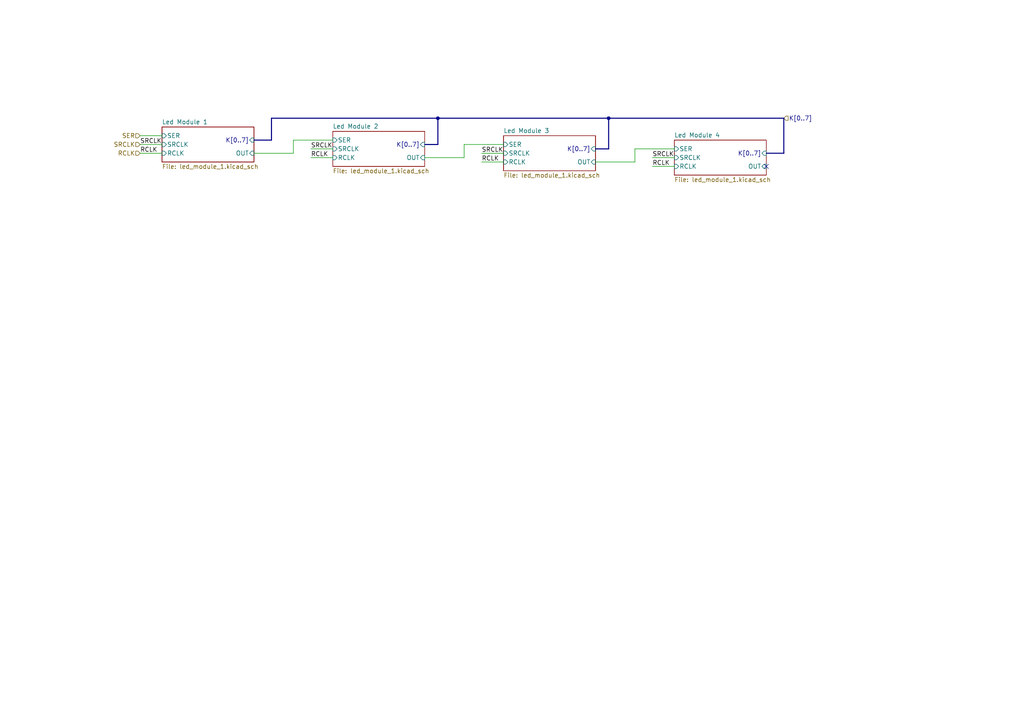
<source format=kicad_sch>
(kicad_sch
	(version 20231120)
	(generator "eeschema")
	(generator_version "8.0")
	(uuid "32e72707-abfb-413e-b3d3-a55c3821501a")
	(paper "A4")
	(lib_symbols)
	(junction
		(at 127 34.29)
		(diameter 0)
		(color 0 0 0 0)
		(uuid "388e2352-aaa7-47af-ab25-dd078e334943")
	)
	(junction
		(at 176.53 34.29)
		(diameter 0)
		(color 0 0 0 0)
		(uuid "39af1192-c388-451c-aef3-dce346e7a66d")
	)
	(no_connect
		(at 222.25 48.26)
		(uuid "eda85c18-06d0-4252-a0db-31a663625c45")
	)
	(wire
		(pts
			(xy 184.15 46.99) (xy 184.15 43.18)
		)
		(stroke
			(width 0)
			(type default)
		)
		(uuid "0ae386d1-0eff-4437-a006-f21b4dc18e2e")
	)
	(wire
		(pts
			(xy 134.62 41.91) (xy 146.05 41.91)
		)
		(stroke
			(width 0)
			(type default)
		)
		(uuid "1184c18d-3028-4e13-98bd-9e301a3a16ca")
	)
	(bus
		(pts
			(xy 176.53 43.18) (xy 176.53 34.29)
		)
		(stroke
			(width 0)
			(type default)
		)
		(uuid "12056a92-8b7b-45bb-b987-e8446dc4918b")
	)
	(bus
		(pts
			(xy 73.66 40.64) (xy 78.74 40.64)
		)
		(stroke
			(width 0)
			(type default)
		)
		(uuid "124388c4-57a2-4747-abbf-3219a2c94efc")
	)
	(bus
		(pts
			(xy 172.72 43.18) (xy 176.53 43.18)
		)
		(stroke
			(width 0)
			(type default)
		)
		(uuid "1a61bdc8-cad1-43eb-bd62-5aa93704e8d4")
	)
	(wire
		(pts
			(xy 90.17 43.18) (xy 96.52 43.18)
		)
		(stroke
			(width 0)
			(type default)
		)
		(uuid "2791219c-63f8-444b-8118-b298d99b202f")
	)
	(bus
		(pts
			(xy 127 41.91) (xy 127 34.29)
		)
		(stroke
			(width 0)
			(type default)
		)
		(uuid "38b942ed-bf9a-457f-8f76-5d4a40c11ee5")
	)
	(wire
		(pts
			(xy 134.62 45.72) (xy 134.62 41.91)
		)
		(stroke
			(width 0)
			(type default)
		)
		(uuid "425ea1bf-6de8-49c3-a819-a0d0bd42bf16")
	)
	(wire
		(pts
			(xy 139.7 44.45) (xy 146.05 44.45)
		)
		(stroke
			(width 0)
			(type default)
		)
		(uuid "597d4c03-2af1-437f-97bc-a362ec03c00a")
	)
	(wire
		(pts
			(xy 123.19 45.72) (xy 134.62 45.72)
		)
		(stroke
			(width 0)
			(type default)
		)
		(uuid "64f3e6d3-5cc6-4f48-ba29-5e56330c0db4")
	)
	(wire
		(pts
			(xy 40.64 44.45) (xy 46.99 44.45)
		)
		(stroke
			(width 0)
			(type default)
		)
		(uuid "732f4fb4-aeb6-4a6b-98f0-e117b92f0e42")
	)
	(bus
		(pts
			(xy 222.25 44.45) (xy 227.33 44.45)
		)
		(stroke
			(width 0)
			(type default)
		)
		(uuid "897e07b4-88e5-4595-92cd-c78ff33338d9")
	)
	(wire
		(pts
			(xy 172.72 46.99) (xy 184.15 46.99)
		)
		(stroke
			(width 0)
			(type default)
		)
		(uuid "9277e6fa-8434-4353-899e-d9cbcc42a3c1")
	)
	(wire
		(pts
			(xy 189.23 48.26) (xy 195.58 48.26)
		)
		(stroke
			(width 0)
			(type default)
		)
		(uuid "93f2b690-8637-41e4-b54f-443510d1fd96")
	)
	(wire
		(pts
			(xy 85.09 40.64) (xy 96.52 40.64)
		)
		(stroke
			(width 0)
			(type default)
		)
		(uuid "9e687275-3660-40b3-92ed-d796fd68cf89")
	)
	(wire
		(pts
			(xy 85.09 44.45) (xy 85.09 40.64)
		)
		(stroke
			(width 0)
			(type default)
		)
		(uuid "a1106dc7-8944-4913-9dc2-c6564f78d437")
	)
	(wire
		(pts
			(xy 90.17 45.72) (xy 96.52 45.72)
		)
		(stroke
			(width 0)
			(type default)
		)
		(uuid "a771d744-7a4e-478c-8092-0a5c132ea08e")
	)
	(bus
		(pts
			(xy 127 34.29) (xy 176.53 34.29)
		)
		(stroke
			(width 0)
			(type default)
		)
		(uuid "afc3a7b8-bbfd-4211-a0bb-26431f7b83d2")
	)
	(wire
		(pts
			(xy 184.15 43.18) (xy 195.58 43.18)
		)
		(stroke
			(width 0)
			(type default)
		)
		(uuid "b4e2b3df-3601-4c90-b128-4c472dcb092f")
	)
	(wire
		(pts
			(xy 189.23 45.72) (xy 195.58 45.72)
		)
		(stroke
			(width 0)
			(type default)
		)
		(uuid "b8938d5a-beaa-4639-a6c1-49f495623e24")
	)
	(wire
		(pts
			(xy 139.7 46.99) (xy 146.05 46.99)
		)
		(stroke
			(width 0)
			(type default)
		)
		(uuid "d6358922-88c3-4b56-b54b-03e8a9bc1a1b")
	)
	(bus
		(pts
			(xy 78.74 34.29) (xy 127 34.29)
		)
		(stroke
			(width 0)
			(type default)
		)
		(uuid "ddfd4d7e-7543-4803-b82b-93bd220213d1")
	)
	(bus
		(pts
			(xy 78.74 40.64) (xy 78.74 34.29)
		)
		(stroke
			(width 0)
			(type default)
		)
		(uuid "e27a8de1-3f38-4945-95cf-8bcb3f87a488")
	)
	(bus
		(pts
			(xy 176.53 34.29) (xy 227.33 34.29)
		)
		(stroke
			(width 0)
			(type default)
		)
		(uuid "ec625906-e9ad-47bb-90d9-e90131e8e917")
	)
	(wire
		(pts
			(xy 40.64 39.37) (xy 46.99 39.37)
		)
		(stroke
			(width 0)
			(type default)
		)
		(uuid "ee08558e-bb64-4e71-bc90-6cc8224e7b08")
	)
	(wire
		(pts
			(xy 40.64 41.91) (xy 46.99 41.91)
		)
		(stroke
			(width 0)
			(type default)
		)
		(uuid "f2cf909b-9845-4ca1-b1e5-094109c8ef11")
	)
	(bus
		(pts
			(xy 123.19 41.91) (xy 127 41.91)
		)
		(stroke
			(width 0)
			(type default)
		)
		(uuid "f3314be6-b695-4854-87eb-846be521a2ee")
	)
	(bus
		(pts
			(xy 227.33 44.45) (xy 227.33 34.29)
		)
		(stroke
			(width 0)
			(type default)
		)
		(uuid "f7194090-78f0-4c29-b3c1-03551d6e0e12")
	)
	(wire
		(pts
			(xy 73.66 44.45) (xy 85.09 44.45)
		)
		(stroke
			(width 0)
			(type default)
		)
		(uuid "ffe8740c-5264-4e3e-98ee-db16981fb524")
	)
	(label "RCLK"
		(at 90.17 45.72 0)
		(fields_autoplaced yes)
		(effects
			(font
				(size 1.27 1.27)
			)
			(justify left bottom)
		)
		(uuid "00762736-e8c0-4d69-98dd-ee8dea0867ce")
	)
	(label "SRCLK"
		(at 139.7 44.45 0)
		(fields_autoplaced yes)
		(effects
			(font
				(size 1.27 1.27)
			)
			(justify left bottom)
		)
		(uuid "025d4ca0-6eff-4fd6-9a6d-cb2c68d5268e")
	)
	(label "RCLK"
		(at 139.7 46.99 0)
		(fields_autoplaced yes)
		(effects
			(font
				(size 1.27 1.27)
			)
			(justify left bottom)
		)
		(uuid "09bcd836-4228-4010-9722-06d36357a5a3")
	)
	(label "SRCLK"
		(at 90.17 43.18 0)
		(fields_autoplaced yes)
		(effects
			(font
				(size 1.27 1.27)
			)
			(justify left bottom)
		)
		(uuid "3ba4c1f1-e99e-4ec0-8d98-49344fb7f36d")
	)
	(label "RCLK"
		(at 40.64 44.45 0)
		(fields_autoplaced yes)
		(effects
			(font
				(size 1.27 1.27)
			)
			(justify left bottom)
		)
		(uuid "627ce01c-7af2-4f11-b9b1-68646992f1db")
	)
	(label "RCLK"
		(at 189.23 48.26 0)
		(fields_autoplaced yes)
		(effects
			(font
				(size 1.27 1.27)
			)
			(justify left bottom)
		)
		(uuid "89a54b51-784a-4e51-b1bf-9601de565852")
	)
	(label "SRCLK"
		(at 189.23 45.72 0)
		(fields_autoplaced yes)
		(effects
			(font
				(size 1.27 1.27)
			)
			(justify left bottom)
		)
		(uuid "d04f7d7d-1269-4ff7-b9da-bb0ba5a83388")
	)
	(label "SRCLK"
		(at 40.64 41.91 0)
		(fields_autoplaced yes)
		(effects
			(font
				(size 1.27 1.27)
			)
			(justify left bottom)
		)
		(uuid "eb534312-b4ab-414c-ab0f-e230fff62ddb")
	)
	(hierarchical_label "SER"
		(shape input)
		(at 40.64 39.37 180)
		(fields_autoplaced yes)
		(effects
			(font
				(size 1.27 1.27)
			)
			(justify right)
		)
		(uuid "65ab4a45-e5d6-418a-90cc-be0c6326edf3")
	)
	(hierarchical_label "RCLK"
		(shape input)
		(at 40.64 44.45 180)
		(fields_autoplaced yes)
		(effects
			(font
				(size 1.27 1.27)
			)
			(justify right)
		)
		(uuid "6be215ca-1560-4678-8414-09c309783c55")
	)
	(hierarchical_label "K[0..7]"
		(shape input)
		(at 227.33 34.29 0)
		(fields_autoplaced yes)
		(effects
			(font
				(size 1.27 1.27)
			)
			(justify left)
		)
		(uuid "6ee835bb-05f5-4c0f-812e-b62c87e8c521")
	)
	(hierarchical_label "SRCLK"
		(shape input)
		(at 40.64 41.91 180)
		(fields_autoplaced yes)
		(effects
			(font
				(size 1.27 1.27)
			)
			(justify right)
		)
		(uuid "bd9319a4-cebe-4dc9-bf27-d70dcefa6a1c")
	)
	(sheet
		(at 46.99 36.83)
		(size 26.67 10.16)
		(fields_autoplaced yes)
		(stroke
			(width 0.1524)
			(type solid)
		)
		(fill
			(color 0 0 0 0.0000)
		)
		(uuid "1279373b-011d-4e27-b6f0-c0034a49a3cc")
		(property "Sheetname" "Led Module 1"
			(at 46.99 36.1184 0)
			(effects
				(font
					(size 1.27 1.27)
				)
				(justify left bottom)
			)
		)
		(property "Sheetfile" "led_module_1.kicad_sch"
			(at 46.99 47.5746 0)
			(effects
				(font
					(size 1.27 1.27)
				)
				(justify left top)
			)
		)
		(pin "RCLK" input
			(at 46.99 44.45 180)
			(effects
				(font
					(size 1.27 1.27)
				)
				(justify left)
			)
			(uuid "fb17363f-302d-4a00-9828-12060afdff13")
		)
		(pin "SRCLK" input
			(at 46.99 41.91 180)
			(effects
				(font
					(size 1.27 1.27)
				)
				(justify left)
			)
			(uuid "dc34a7aa-e6af-498e-92e9-456d53d5b673")
		)
		(pin "SER" input
			(at 46.99 39.37 180)
			(effects
				(font
					(size 1.27 1.27)
				)
				(justify left)
			)
			(uuid "12a9d547-3753-414d-840c-d21111c1edc6")
		)
		(pin "OUT" input
			(at 73.66 44.45 0)
			(effects
				(font
					(size 1.27 1.27)
				)
				(justify right)
			)
			(uuid "9f94e779-91ba-49ab-8bc2-a5d869596e78")
		)
		(pin "K[0..7]" input
			(at 73.66 40.64 0)
			(effects
				(font
					(size 1.27 1.27)
				)
				(justify right)
			)
			(uuid "394a9e9d-8324-4594-8944-271bbb31c998")
		)
		(instances
			(project "led-array"
				(path "/6d17e562-e664-4a33-99e6-7838922f3ae7/14f86dc9-82f4-4613-9351-96382b66f126"
					(page "2")
				)
				(path "/6d17e562-e664-4a33-99e6-7838922f3ae7/c20975da-ec13-4366-be26-b1db0a00413b"
					(page "40")
				)
				(path "/6d17e562-e664-4a33-99e6-7838922f3ae7/7deb3a48-4e45-487b-bfa4-c4632da18229"
					(page "85")
				)
				(path "/6d17e562-e664-4a33-99e6-7838922f3ae7/513b532a-004d-4e2a-90f7-c2938121ce29"
					(page "122")
				)
			)
		)
	)
	(sheet
		(at 195.58 40.64)
		(size 26.67 10.16)
		(fields_autoplaced yes)
		(stroke
			(width 0.1524)
			(type solid)
		)
		(fill
			(color 0 0 0 0.0000)
		)
		(uuid "7e823b65-3418-4f53-86c4-0f2fa4717de5")
		(property "Sheetname" "Led Module 4"
			(at 195.58 39.9284 0)
			(effects
				(font
					(size 1.27 1.27)
				)
				(justify left bottom)
			)
		)
		(property "Sheetfile" "led_module_1.kicad_sch"
			(at 195.58 51.3846 0)
			(effects
				(font
					(size 1.27 1.27)
				)
				(justify left top)
			)
		)
		(pin "RCLK" input
			(at 195.58 48.26 180)
			(effects
				(font
					(size 1.27 1.27)
				)
				(justify left)
			)
			(uuid "b67bac1e-8afa-4ed7-ad3f-effc13deabc4")
		)
		(pin "SRCLK" input
			(at 195.58 45.72 180)
			(effects
				(font
					(size 1.27 1.27)
				)
				(justify left)
			)
			(uuid "bcbab2bc-b342-46b4-8082-e9f8d55d10f9")
		)
		(pin "SER" input
			(at 195.58 43.18 180)
			(effects
				(font
					(size 1.27 1.27)
				)
				(justify left)
			)
			(uuid "e1002b5c-26cb-45e0-84d5-8332c4d0b71c")
		)
		(pin "OUT" input
			(at 222.25 48.26 0)
			(effects
				(font
					(size 1.27 1.27)
				)
				(justify right)
			)
			(uuid "0d1c4388-9735-4172-943b-24cd9d843b74")
		)
		(pin "K[0..7]" input
			(at 222.25 44.45 0)
			(effects
				(font
					(size 1.27 1.27)
				)
				(justify right)
			)
			(uuid "cf6e742a-5090-4b7f-9084-1e9b2e88ed85")
		)
		(instances
			(project "led-array"
				(path "/6d17e562-e664-4a33-99e6-7838922f3ae7/14f86dc9-82f4-4613-9351-96382b66f126"
					(page "35")
				)
				(path "/6d17e562-e664-4a33-99e6-7838922f3ae7/c20975da-ec13-4366-be26-b1db0a00413b"
					(page "64")
				)
				(path "/6d17e562-e664-4a33-99e6-7838922f3ae7/7deb3a48-4e45-487b-bfa4-c4632da18229"
					(page "103")
				)
				(path "/6d17e562-e664-4a33-99e6-7838922f3ae7/513b532a-004d-4e2a-90f7-c2938121ce29"
					(page "140")
				)
			)
		)
	)
	(sheet
		(at 146.05 39.37)
		(size 26.67 10.16)
		(fields_autoplaced yes)
		(stroke
			(width 0.1524)
			(type solid)
		)
		(fill
			(color 0 0 0 0.0000)
		)
		(uuid "bf2989f1-6984-4f14-940c-3b008c10f026")
		(property "Sheetname" "Led Module 3"
			(at 146.05 38.6584 0)
			(effects
				(font
					(size 1.27 1.27)
				)
				(justify left bottom)
			)
		)
		(property "Sheetfile" "led_module_1.kicad_sch"
			(at 146.05 50.1146 0)
			(effects
				(font
					(size 1.27 1.27)
				)
				(justify left top)
			)
		)
		(pin "RCLK" input
			(at 146.05 46.99 180)
			(effects
				(font
					(size 1.27 1.27)
				)
				(justify left)
			)
			(uuid "2b85259b-4380-41dd-afed-66ca1158b4a7")
		)
		(pin "SRCLK" input
			(at 146.05 44.45 180)
			(effects
				(font
					(size 1.27 1.27)
				)
				(justify left)
			)
			(uuid "f7f87423-4c34-4b1a-bb49-4f369125022e")
		)
		(pin "SER" input
			(at 146.05 41.91 180)
			(effects
				(font
					(size 1.27 1.27)
				)
				(justify left)
			)
			(uuid "14a97b9c-255e-4ae2-97b9-dc2d18f73929")
		)
		(pin "OUT" input
			(at 172.72 46.99 0)
			(effects
				(font
					(size 1.27 1.27)
				)
				(justify right)
			)
			(uuid "52674594-13e8-467c-82d1-619c2116c286")
		)
		(pin "K[0..7]" input
			(at 172.72 43.18 0)
			(effects
				(font
					(size 1.27 1.27)
				)
				(justify right)
			)
			(uuid "b87146d4-32cd-4790-9ad5-a641cba48af1")
		)
		(instances
			(project "led-array"
				(path "/6d17e562-e664-4a33-99e6-7838922f3ae7/14f86dc9-82f4-4613-9351-96382b66f126"
					(page "20")
				)
				(path "/6d17e562-e664-4a33-99e6-7838922f3ae7/c20975da-ec13-4366-be26-b1db0a00413b"
					(page "53")
				)
				(path "/6d17e562-e664-4a33-99e6-7838922f3ae7/7deb3a48-4e45-487b-bfa4-c4632da18229"
					(page "94")
				)
				(path "/6d17e562-e664-4a33-99e6-7838922f3ae7/513b532a-004d-4e2a-90f7-c2938121ce29"
					(page "131")
				)
			)
		)
	)
	(sheet
		(at 96.52 38.1)
		(size 26.67 10.16)
		(fields_autoplaced yes)
		(stroke
			(width 0.1524)
			(type solid)
		)
		(fill
			(color 0 0 0 0.0000)
		)
		(uuid "dd9dcfa8-e765-4a37-ae8d-5060f2439821")
		(property "Sheetname" "Led Module 2"
			(at 96.52 37.3884 0)
			(effects
				(font
					(size 1.27 1.27)
				)
				(justify left bottom)
			)
		)
		(property "Sheetfile" "led_module_1.kicad_sch"
			(at 96.52 48.8446 0)
			(effects
				(font
					(size 1.27 1.27)
				)
				(justify left top)
			)
		)
		(pin "RCLK" input
			(at 96.52 45.72 180)
			(effects
				(font
					(size 1.27 1.27)
				)
				(justify left)
			)
			(uuid "55096629-4f41-44f1-be64-eda723821002")
		)
		(pin "SRCLK" input
			(at 96.52 43.18 180)
			(effects
				(font
					(size 1.27 1.27)
				)
				(justify left)
			)
			(uuid "e0eb10a4-c162-4998-8081-3fc273116bee")
		)
		(pin "SER" input
			(at 96.52 40.64 180)
			(effects
				(font
					(size 1.27 1.27)
				)
				(justify left)
			)
			(uuid "4ce50648-400c-4a83-a941-f325838c5180")
		)
		(pin "OUT" input
			(at 123.19 45.72 0)
			(effects
				(font
					(size 1.27 1.27)
				)
				(justify right)
			)
			(uuid "88180a33-cb62-4604-a27e-a52c3bfc7115")
		)
		(pin "K[0..7]" input
			(at 123.19 41.91 0)
			(effects
				(font
					(size 1.27 1.27)
				)
				(justify right)
			)
			(uuid "4ea7531b-4c2d-4d32-be2b-ccfb5d11e4a6")
		)
		(instances
			(project "led-array"
				(path "/6d17e562-e664-4a33-99e6-7838922f3ae7/14f86dc9-82f4-4613-9351-96382b66f126"
					(page "11")
				)
				(path "/6d17e562-e664-4a33-99e6-7838922f3ae7/c20975da-ec13-4366-be26-b1db0a00413b"
					(page "29")
				)
				(path "/6d17e562-e664-4a33-99e6-7838922f3ae7/7deb3a48-4e45-487b-bfa4-c4632da18229"
					(page "76")
				)
				(path "/6d17e562-e664-4a33-99e6-7838922f3ae7/513b532a-004d-4e2a-90f7-c2938121ce29"
					(page "113")
				)
			)
		)
	)
)

</source>
